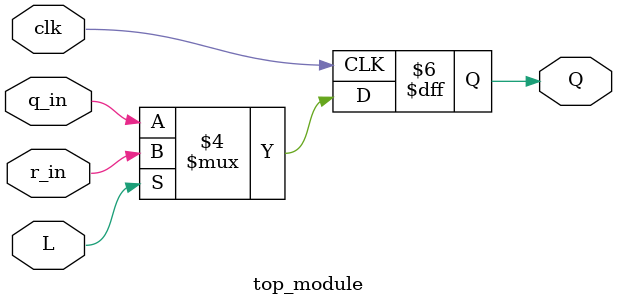
<source format=sv>
module top_module(
  input clk,
  input L,
  input q_in,
  input r_in,
  output reg Q);

always @(posedge clk)
begin
  if (L == 1'b1)
    Q <= r_in;
  else
    Q <= q_in;
end

endmodule

</source>
